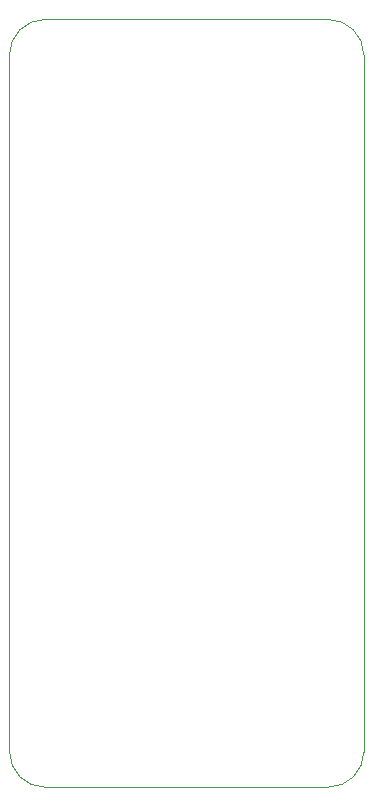
<source format=gbr>
%TF.GenerationSoftware,KiCad,Pcbnew,(6.0.0-0)*%
%TF.CreationDate,2022-10-07T18:10:28-04:00*%
%TF.ProjectId,hermes_v1,6865726d-6573-45f7-9631-2e6b69636164,rev?*%
%TF.SameCoordinates,Original*%
%TF.FileFunction,Profile,NP*%
%FSLAX46Y46*%
G04 Gerber Fmt 4.6, Leading zero omitted, Abs format (unit mm)*
G04 Created by KiCad (PCBNEW (6.0.0-0)) date 2022-10-07 18:10:28*
%MOMM*%
%LPD*%
G01*
G04 APERTURE LIST*
%TA.AperFunction,Profile*%
%ADD10C,0.100000*%
%TD*%
G04 APERTURE END LIST*
D10*
X239500000Y-37600000D02*
X239500000Y-96600000D01*
X269500000Y-37600000D02*
G75*
G03*
X266500000Y-34600000I-3000001J-1D01*
G01*
X239500000Y-96600000D02*
G75*
G03*
X242500000Y-99600000I3000001J1D01*
G01*
X266500000Y-99600000D02*
G75*
G03*
X269500000Y-96600000I-1J3000001D01*
G01*
X269500000Y-96600000D02*
X269500000Y-37600000D01*
X266500000Y-34600000D02*
X242500000Y-34600000D01*
X242500000Y-99600000D02*
X266500000Y-99600000D01*
X242500000Y-34600000D02*
G75*
G03*
X239500000Y-37600000I1J-3000001D01*
G01*
M02*

</source>
